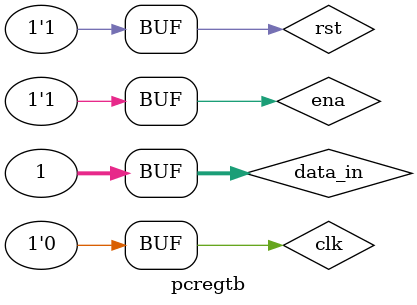
<source format=v>
`timescale 1ns / 1ps


module pcregtb;

	// Inputs
	reg clk;
	reg rst;
	reg ena;
	reg [31:0] data_in;

	// Outputs
	wire [31:0] data_out;

	// Instantiate the Unit Under Test (UUT)
	pcreg uut (
		.clk(clk), 
		.rst(rst), 
		.ena(ena), 
		.data_in(data_in), 
		.data_out(data_out)
	);

	initial begin
		// Initialize Inputs
		clk = 0;
		rst = 0;
		ena = 0;
		data_in = 0;

		// Wait 100 ns for global reset to finish
		#100;
       ena=1;
		data_in=1;
		clk=1;
		#100;
		rst=1;
		clk=0;
	end
      
endmodule


</source>
